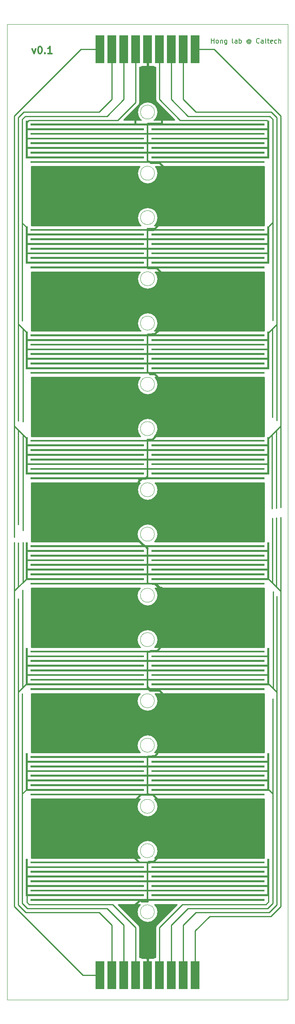
<source format=gtl>
%TF.GenerationSoftware,KiCad,Pcbnew,(2017-11-10 revision d8f4e35)-HEAD*%
%TF.CreationDate,2017-12-06T14:47:03-08:00*%
%TF.ProjectId,ceiling_pcb,6365696C696E675F7063622E6B696361,0.1*%
%TF.SameCoordinates,Original*%
%TF.FileFunction,Copper,L1,Top,Signal*%
%TF.FilePolarity,Positive*%
%FSLAX46Y46*%
G04 Gerber Fmt 4.6, Leading zero omitted, Abs format (unit mm)*
G04 Created by KiCad (PCBNEW (2017-11-10 revision d8f4e35)-HEAD) date Wed Dec  6 14:47:03 2017*
%MOMM*%
%LPD*%
G01*
G04 APERTURE LIST*
%TA.AperFunction,NonConductor*%
%ADD10C,0.300000*%
%TD*%
%TA.AperFunction,NonConductor*%
%ADD11C,0.200000*%
%TD*%
%TA.AperFunction,NonConductor*%
%ADD12C,0.001000*%
%TD*%
%TA.AperFunction,SMDPad,CuDef*%
%ADD13R,1.940000X6.000000*%
%TD*%
%TA.AperFunction,Conductor*%
%ADD14C,0.000001*%
%TD*%
%TA.AperFunction,Conductor*%
%ADD15C,0.100000*%
%TD*%
%TA.AperFunction,Conductor*%
%ADD16C,0.250000*%
%TD*%
%TA.AperFunction,Conductor*%
%ADD17C,0.400000*%
%TD*%
%TA.AperFunction,Conductor*%
%ADD18C,0.254000*%
%TD*%
G04 APERTURE END LIST*
D10*
X100387142Y-16258571D02*
X100744285Y-17258571D01*
X101101428Y-16258571D01*
X101958571Y-15758571D02*
X102101428Y-15758571D01*
X102244285Y-15830000D01*
X102315714Y-15901428D01*
X102387142Y-16044285D01*
X102458571Y-16330000D01*
X102458571Y-16687142D01*
X102387142Y-16972857D01*
X102315714Y-17115714D01*
X102244285Y-17187142D01*
X102101428Y-17258571D01*
X101958571Y-17258571D01*
X101815714Y-17187142D01*
X101744285Y-17115714D01*
X101672857Y-16972857D01*
X101601428Y-16687142D01*
X101601428Y-16330000D01*
X101672857Y-16044285D01*
X101744285Y-15901428D01*
X101815714Y-15830000D01*
X101958571Y-15758571D01*
X103101428Y-17115714D02*
X103172857Y-17187142D01*
X103101428Y-17258571D01*
X103030000Y-17187142D01*
X103101428Y-17115714D01*
X103101428Y-17258571D01*
X104601428Y-17258571D02*
X103744285Y-17258571D01*
X104172857Y-17258571D02*
X104172857Y-15758571D01*
X104030000Y-15972857D01*
X103887142Y-16115714D01*
X103744285Y-16187142D01*
D11*
X138625238Y-15032380D02*
X138625238Y-14032380D01*
X138625238Y-14508571D02*
X139196666Y-14508571D01*
X139196666Y-15032380D02*
X139196666Y-14032380D01*
X139815714Y-15032380D02*
X139720476Y-14984761D01*
X139672857Y-14937142D01*
X139625238Y-14841904D01*
X139625238Y-14556190D01*
X139672857Y-14460952D01*
X139720476Y-14413333D01*
X139815714Y-14365714D01*
X139958571Y-14365714D01*
X140053809Y-14413333D01*
X140101428Y-14460952D01*
X140149047Y-14556190D01*
X140149047Y-14841904D01*
X140101428Y-14937142D01*
X140053809Y-14984761D01*
X139958571Y-15032380D01*
X139815714Y-15032380D01*
X140577619Y-14365714D02*
X140577619Y-15032380D01*
X140577619Y-14460952D02*
X140625238Y-14413333D01*
X140720476Y-14365714D01*
X140863333Y-14365714D01*
X140958571Y-14413333D01*
X141006190Y-14508571D01*
X141006190Y-15032380D01*
X141910952Y-14365714D02*
X141910952Y-15175238D01*
X141863333Y-15270476D01*
X141815714Y-15318095D01*
X141720476Y-15365714D01*
X141577619Y-15365714D01*
X141482380Y-15318095D01*
X141910952Y-14984761D02*
X141815714Y-15032380D01*
X141625238Y-15032380D01*
X141530000Y-14984761D01*
X141482380Y-14937142D01*
X141434761Y-14841904D01*
X141434761Y-14556190D01*
X141482380Y-14460952D01*
X141530000Y-14413333D01*
X141625238Y-14365714D01*
X141815714Y-14365714D01*
X141910952Y-14413333D01*
X143291904Y-15032380D02*
X143196666Y-14984761D01*
X143149047Y-14889523D01*
X143149047Y-14032380D01*
X144101428Y-15032380D02*
X144101428Y-14508571D01*
X144053809Y-14413333D01*
X143958571Y-14365714D01*
X143768095Y-14365714D01*
X143672857Y-14413333D01*
X144101428Y-14984761D02*
X144006190Y-15032380D01*
X143768095Y-15032380D01*
X143672857Y-14984761D01*
X143625238Y-14889523D01*
X143625238Y-14794285D01*
X143672857Y-14699047D01*
X143768095Y-14651428D01*
X144006190Y-14651428D01*
X144101428Y-14603809D01*
X144577619Y-15032380D02*
X144577619Y-14032380D01*
X144577619Y-14413333D02*
X144672857Y-14365714D01*
X144863333Y-14365714D01*
X144958571Y-14413333D01*
X145006190Y-14460952D01*
X145053809Y-14556190D01*
X145053809Y-14841904D01*
X145006190Y-14937142D01*
X144958571Y-14984761D01*
X144863333Y-15032380D01*
X144672857Y-15032380D01*
X144577619Y-14984761D01*
X146863333Y-14556190D02*
X146815714Y-14508571D01*
X146720476Y-14460952D01*
X146625238Y-14460952D01*
X146530000Y-14508571D01*
X146482380Y-14556190D01*
X146434761Y-14651428D01*
X146434761Y-14746666D01*
X146482380Y-14841904D01*
X146530000Y-14889523D01*
X146625238Y-14937142D01*
X146720476Y-14937142D01*
X146815714Y-14889523D01*
X146863333Y-14841904D01*
X146863333Y-14460952D02*
X146863333Y-14841904D01*
X146910952Y-14889523D01*
X146958571Y-14889523D01*
X147053809Y-14841904D01*
X147101428Y-14746666D01*
X147101428Y-14508571D01*
X147006190Y-14365714D01*
X146863333Y-14270476D01*
X146672857Y-14222857D01*
X146482380Y-14270476D01*
X146339523Y-14365714D01*
X146244285Y-14508571D01*
X146196666Y-14699047D01*
X146244285Y-14889523D01*
X146339523Y-15032380D01*
X146482380Y-15127619D01*
X146672857Y-15175238D01*
X146863333Y-15127619D01*
X147006190Y-15032380D01*
X148863333Y-14937142D02*
X148815714Y-14984761D01*
X148672857Y-15032380D01*
X148577619Y-15032380D01*
X148434761Y-14984761D01*
X148339523Y-14889523D01*
X148291904Y-14794285D01*
X148244285Y-14603809D01*
X148244285Y-14460952D01*
X148291904Y-14270476D01*
X148339523Y-14175238D01*
X148434761Y-14080000D01*
X148577619Y-14032380D01*
X148672857Y-14032380D01*
X148815714Y-14080000D01*
X148863333Y-14127619D01*
X149720476Y-15032380D02*
X149720476Y-14508571D01*
X149672857Y-14413333D01*
X149577619Y-14365714D01*
X149387142Y-14365714D01*
X149291904Y-14413333D01*
X149720476Y-14984761D02*
X149625238Y-15032380D01*
X149387142Y-15032380D01*
X149291904Y-14984761D01*
X149244285Y-14889523D01*
X149244285Y-14794285D01*
X149291904Y-14699047D01*
X149387142Y-14651428D01*
X149625238Y-14651428D01*
X149720476Y-14603809D01*
X150339523Y-15032380D02*
X150244285Y-14984761D01*
X150196666Y-14889523D01*
X150196666Y-14032380D01*
X150577619Y-14365714D02*
X150958571Y-14365714D01*
X150720476Y-14032380D02*
X150720476Y-14889523D01*
X150768095Y-14984761D01*
X150863333Y-15032380D01*
X150958571Y-15032380D01*
X151672857Y-14984761D02*
X151577619Y-15032380D01*
X151387142Y-15032380D01*
X151291904Y-14984761D01*
X151244285Y-14889523D01*
X151244285Y-14508571D01*
X151291904Y-14413333D01*
X151387142Y-14365714D01*
X151577619Y-14365714D01*
X151672857Y-14413333D01*
X151720476Y-14508571D01*
X151720476Y-14603809D01*
X151244285Y-14699047D01*
X152577619Y-14984761D02*
X152482380Y-15032380D01*
X152291904Y-15032380D01*
X152196666Y-14984761D01*
X152149047Y-14937142D01*
X152101428Y-14841904D01*
X152101428Y-14556190D01*
X152149047Y-14460952D01*
X152196666Y-14413333D01*
X152291904Y-14365714D01*
X152482380Y-14365714D01*
X152577619Y-14413333D01*
X153006190Y-15032380D02*
X153006190Y-14032380D01*
X153434761Y-15032380D02*
X153434761Y-14508571D01*
X153387142Y-14413333D01*
X153291904Y-14365714D01*
X153149047Y-14365714D01*
X153053809Y-14413333D01*
X153006190Y-14460952D01*
D12*
X155000000Y-11025000D02*
X155000000Y-219000000D01*
X95000000Y-219000000D02*
X95000000Y-11025000D01*
X155000000Y-11025000D02*
X95000000Y-11025000D01*
X95000000Y-219000000D02*
X155000000Y-219000000D01*
X126459000Y-200279810D02*
G75*
G03X126459000Y-200279810I-1500000J0D01*
G01*
X126459000Y-187245800D02*
G75*
G03X126459000Y-187245800I-1500000J0D01*
G01*
X126465000Y-177779700D02*
G75*
G03X126465000Y-177779700I-1500000J0D01*
G01*
X126465000Y-164745700D02*
G75*
G03X126465000Y-164745700I-1500000J0D01*
G01*
X126471000Y-155279600D02*
G75*
G03X126471000Y-155279600I-1500000J0D01*
G01*
X126471000Y-142245600D02*
G75*
G03X126471000Y-142245600I-1500000J0D01*
G01*
X126477000Y-132779600D02*
G75*
G03X126477000Y-132779600I-1500000J0D01*
G01*
X126477000Y-119745500D02*
G75*
G03X126477000Y-119745500I-1500000J0D01*
G01*
X126483000Y-110279500D02*
G75*
G03X126483000Y-110279500I-1500000J0D01*
G01*
X126483000Y-97245200D02*
G75*
G03X126483000Y-97245200I-1500000J0D01*
G01*
X126489000Y-74745200D02*
G75*
G03X126489000Y-74745200I-1500000J0D01*
G01*
X126489000Y-87779200D02*
G75*
G03X126489000Y-87779200I-1500000J0D01*
G01*
X126495000Y-65279200D02*
G75*
G03X126495000Y-65279200I-1500000J0D01*
G01*
X126495000Y-52245200D02*
G75*
G03X126495000Y-52245200I-1500000J0D01*
G01*
X126501000Y-42779200D02*
G75*
G03X126501000Y-42779200I-1500000J0D01*
G01*
X126501000Y-29745200D02*
G75*
G03X126501000Y-29745200I-1500000J0D01*
G01*
D13*
%TO.P,J1,1*%
%TO.N,/F9*%
X135160000Y-213750000D03*
%TO.P,J1,2*%
%TO.N,/F11*%
X132620000Y-213750000D03*
%TO.P,J1,3*%
%TO.N,/F13*%
X130080000Y-213750000D03*
%TO.P,J1,4*%
%TO.N,/F15*%
X127540000Y-213750000D03*
%TO.P,J1,5*%
%TO.N,/HV*%
X125000000Y-213750000D03*
%TO.P,J1,6*%
%TO.N,/F16*%
X122460000Y-213750000D03*
%TO.P,J1,7*%
%TO.N,/F14*%
X119920000Y-213750000D03*
%TO.P,J1,8*%
%TO.N,/F12*%
X117380000Y-213750000D03*
%TO.P,J1,9*%
%TO.N,/F10*%
X114840000Y-213750000D03*
%TD*%
%TO.P,J2,9*%
%TO.N,/F8*%
X114840000Y-16385800D03*
%TO.P,J2,8*%
%TO.N,/F6*%
X117380000Y-16385800D03*
%TO.P,J2,7*%
%TO.N,/F4*%
X119920000Y-16385800D03*
%TO.P,J2,6*%
%TO.N,/F2*%
X122460000Y-16385800D03*
%TO.P,J2,5*%
%TO.N,/HV*%
X125000000Y-16385800D03*
%TO.P,J2,4*%
%TO.N,/F1*%
X127540000Y-16385800D03*
%TO.P,J2,3*%
%TO.N,/F3*%
X130080000Y-16385800D03*
%TO.P,J2,2*%
%TO.N,/F5*%
X132620000Y-16385800D03*
%TO.P,J2,1*%
%TO.N,/F7*%
X135160000Y-16385800D03*
%TD*%
D14*
%TO.N,/HV*%
%TO.C,J3*%
X125000000Y-197450000D03*
D15*
G36*
X150000000Y-189950000D02*
X125200000Y-189950000D01*
X125200000Y-191550000D01*
X150000000Y-191550000D01*
X150000000Y-191950000D01*
X125200000Y-191950000D01*
X125200000Y-193550000D01*
X150000000Y-193550000D01*
X150000000Y-193950000D01*
X125200000Y-193950000D01*
X125200000Y-195550000D01*
X150000000Y-195550000D01*
X150000000Y-195950000D01*
X125200000Y-195950000D01*
X125200000Y-197550000D01*
X150000000Y-197550000D01*
X150000000Y-197950000D01*
X100000000Y-197950000D01*
X100000000Y-197550000D01*
X124800000Y-197550000D01*
X124800000Y-195950000D01*
X100000000Y-195950000D01*
X100000000Y-195550000D01*
X124800000Y-195550000D01*
X124800000Y-193950000D01*
X100000000Y-193950000D01*
X100000000Y-193550000D01*
X124800000Y-193550000D01*
X124800000Y-191950000D01*
X100000000Y-191950000D01*
X100000000Y-191550000D01*
X124800000Y-191550000D01*
X124800000Y-189950000D01*
X100000000Y-189950000D01*
X100000000Y-189550000D01*
X150000000Y-189550000D01*
X150000000Y-189950000D01*
X150000000Y-189950000D01*
G37*
D14*
%TO.N,/F15*%
X150500000Y-189750000D03*
D15*
G36*
X151000000Y-196950000D02*
X125800000Y-196950000D01*
X125800000Y-196550000D01*
X150600000Y-196550000D01*
X150600000Y-194950000D01*
X125800000Y-194950000D01*
X125800000Y-194550000D01*
X150600000Y-194550000D01*
X150600000Y-192950000D01*
X125800000Y-192950000D01*
X125800000Y-192550000D01*
X150600000Y-192550000D01*
X150600000Y-190950000D01*
X125800000Y-190950000D01*
X125800000Y-190550000D01*
X150600000Y-190550000D01*
X150600000Y-188950000D01*
X151000000Y-188950000D01*
X151000000Y-196950000D01*
X151000000Y-196950000D01*
G37*
D14*
%TO.N,/F16*%
X99500000Y-189750000D03*
D15*
G36*
X99400000Y-190550000D02*
X124200000Y-190550000D01*
X124200000Y-190950000D01*
X99400000Y-190950000D01*
X99400000Y-192550000D01*
X124200000Y-192550000D01*
X124200000Y-192950000D01*
X99400000Y-192950000D01*
X99400000Y-194550000D01*
X124200000Y-194550000D01*
X124200000Y-194950000D01*
X99400000Y-194950000D01*
X99400000Y-196550000D01*
X124200000Y-196550000D01*
X124200000Y-196950000D01*
X99000000Y-196950000D01*
X99000000Y-188950000D01*
X99400000Y-188950000D01*
X99400000Y-190550000D01*
X99400000Y-190550000D01*
G37*
%TD*%
D14*
%TO.N,/HV*%
%TO.C,J4*%
X125000000Y-174969400D03*
D15*
G36*
X150000000Y-167469400D02*
X125200000Y-167469400D01*
X125200000Y-169069400D01*
X150000000Y-169069400D01*
X150000000Y-169469400D01*
X125200000Y-169469400D01*
X125200000Y-171069400D01*
X150000000Y-171069400D01*
X150000000Y-171469400D01*
X125200000Y-171469400D01*
X125200000Y-173069400D01*
X150000000Y-173069400D01*
X150000000Y-173469400D01*
X125200000Y-173469400D01*
X125200000Y-175069400D01*
X150000000Y-175069400D01*
X150000000Y-175469400D01*
X100000000Y-175469400D01*
X100000000Y-175069400D01*
X124800000Y-175069400D01*
X124800000Y-173469400D01*
X100000000Y-173469400D01*
X100000000Y-173069400D01*
X124800000Y-173069400D01*
X124800000Y-171469400D01*
X100000000Y-171469400D01*
X100000000Y-171069400D01*
X124800000Y-171069400D01*
X124800000Y-169469400D01*
X100000000Y-169469400D01*
X100000000Y-169069400D01*
X124800000Y-169069400D01*
X124800000Y-167469400D01*
X100000000Y-167469400D01*
X100000000Y-167069400D01*
X150000000Y-167069400D01*
X150000000Y-167469400D01*
X150000000Y-167469400D01*
G37*
D14*
%TO.N,/F13*%
X150500000Y-167269400D03*
D15*
G36*
X151000000Y-174469400D02*
X125800000Y-174469400D01*
X125800000Y-174069400D01*
X150600000Y-174069400D01*
X150600000Y-172469400D01*
X125800000Y-172469400D01*
X125800000Y-172069400D01*
X150600000Y-172069400D01*
X150600000Y-170469400D01*
X125800000Y-170469400D01*
X125800000Y-170069400D01*
X150600000Y-170069400D01*
X150600000Y-168469400D01*
X125800000Y-168469400D01*
X125800000Y-168069400D01*
X150600000Y-168069400D01*
X150600000Y-166469400D01*
X151000000Y-166469400D01*
X151000000Y-174469400D01*
X151000000Y-174469400D01*
G37*
D14*
%TO.N,/F14*%
X99500000Y-167269400D03*
D15*
G36*
X99400000Y-168069400D02*
X124200000Y-168069400D01*
X124200000Y-168469400D01*
X99400000Y-168469400D01*
X99400000Y-170069400D01*
X124200000Y-170069400D01*
X124200000Y-170469400D01*
X99400000Y-170469400D01*
X99400000Y-172069400D01*
X124200000Y-172069400D01*
X124200000Y-172469400D01*
X99400000Y-172469400D01*
X99400000Y-174069400D01*
X124200000Y-174069400D01*
X124200000Y-174469400D01*
X99000000Y-174469400D01*
X99000000Y-166469400D01*
X99400000Y-166469400D01*
X99400000Y-168069400D01*
X99400000Y-168069400D01*
G37*
%TD*%
D14*
%TO.N,/F12*%
%TO.C,J5*%
X99500000Y-144788800D03*
D15*
G36*
X99400000Y-145588800D02*
X124200000Y-145588800D01*
X124200000Y-145988800D01*
X99400000Y-145988800D01*
X99400000Y-147588800D01*
X124200000Y-147588800D01*
X124200000Y-147988800D01*
X99400000Y-147988800D01*
X99400000Y-149588800D01*
X124200000Y-149588800D01*
X124200000Y-149988800D01*
X99400000Y-149988800D01*
X99400000Y-151588800D01*
X124200000Y-151588800D01*
X124200000Y-151988800D01*
X99000000Y-151988800D01*
X99000000Y-143988800D01*
X99400000Y-143988800D01*
X99400000Y-145588800D01*
X99400000Y-145588800D01*
G37*
D14*
%TO.N,/F11*%
X150500000Y-144788800D03*
D15*
G36*
X151000000Y-151988800D02*
X125800000Y-151988800D01*
X125800000Y-151588800D01*
X150600000Y-151588800D01*
X150600000Y-149988800D01*
X125800000Y-149988800D01*
X125800000Y-149588800D01*
X150600000Y-149588800D01*
X150600000Y-147988800D01*
X125800000Y-147988800D01*
X125800000Y-147588800D01*
X150600000Y-147588800D01*
X150600000Y-145988800D01*
X125800000Y-145988800D01*
X125800000Y-145588800D01*
X150600000Y-145588800D01*
X150600000Y-143988800D01*
X151000000Y-143988800D01*
X151000000Y-151988800D01*
X151000000Y-151988800D01*
G37*
D14*
%TO.N,/HV*%
X125000000Y-152488800D03*
D15*
G36*
X150000000Y-144988800D02*
X125200000Y-144988800D01*
X125200000Y-146588800D01*
X150000000Y-146588800D01*
X150000000Y-146988800D01*
X125200000Y-146988800D01*
X125200000Y-148588800D01*
X150000000Y-148588800D01*
X150000000Y-148988800D01*
X125200000Y-148988800D01*
X125200000Y-150588800D01*
X150000000Y-150588800D01*
X150000000Y-150988800D01*
X125200000Y-150988800D01*
X125200000Y-152588800D01*
X150000000Y-152588800D01*
X150000000Y-152988800D01*
X100000000Y-152988800D01*
X100000000Y-152588800D01*
X124800000Y-152588800D01*
X124800000Y-150988800D01*
X100000000Y-150988800D01*
X100000000Y-150588800D01*
X124800000Y-150588800D01*
X124800000Y-148988800D01*
X100000000Y-148988800D01*
X100000000Y-148588800D01*
X124800000Y-148588800D01*
X124800000Y-146988800D01*
X100000000Y-146988800D01*
X100000000Y-146588800D01*
X124800000Y-146588800D01*
X124800000Y-144988800D01*
X100000000Y-144988800D01*
X100000000Y-144588800D01*
X150000000Y-144588800D01*
X150000000Y-144988800D01*
X150000000Y-144988800D01*
G37*
%TD*%
D14*
%TO.N,/F10*%
%TO.C,J6*%
X99500000Y-122308200D03*
D15*
G36*
X99400000Y-123108200D02*
X124200000Y-123108200D01*
X124200000Y-123508200D01*
X99400000Y-123508200D01*
X99400000Y-125108200D01*
X124200000Y-125108200D01*
X124200000Y-125508200D01*
X99400000Y-125508200D01*
X99400000Y-127108200D01*
X124200000Y-127108200D01*
X124200000Y-127508200D01*
X99400000Y-127508200D01*
X99400000Y-129108200D01*
X124200000Y-129108200D01*
X124200000Y-129508200D01*
X99000000Y-129508200D01*
X99000000Y-121508200D01*
X99400000Y-121508200D01*
X99400000Y-123108200D01*
X99400000Y-123108200D01*
G37*
D14*
%TO.N,/F9*%
X150500000Y-122308200D03*
D15*
G36*
X151000000Y-129508200D02*
X125800000Y-129508200D01*
X125800000Y-129108200D01*
X150600000Y-129108200D01*
X150600000Y-127508200D01*
X125800000Y-127508200D01*
X125800000Y-127108200D01*
X150600000Y-127108200D01*
X150600000Y-125508200D01*
X125800000Y-125508200D01*
X125800000Y-125108200D01*
X150600000Y-125108200D01*
X150600000Y-123508200D01*
X125800000Y-123508200D01*
X125800000Y-123108200D01*
X150600000Y-123108200D01*
X150600000Y-121508200D01*
X151000000Y-121508200D01*
X151000000Y-129508200D01*
X151000000Y-129508200D01*
G37*
D14*
%TO.N,/HV*%
X125000000Y-130008200D03*
D15*
G36*
X150000000Y-122508200D02*
X125200000Y-122508200D01*
X125200000Y-124108200D01*
X150000000Y-124108200D01*
X150000000Y-124508200D01*
X125200000Y-124508200D01*
X125200000Y-126108200D01*
X150000000Y-126108200D01*
X150000000Y-126508200D01*
X125200000Y-126508200D01*
X125200000Y-128108200D01*
X150000000Y-128108200D01*
X150000000Y-128508200D01*
X125200000Y-128508200D01*
X125200000Y-130108200D01*
X150000000Y-130108200D01*
X150000000Y-130508200D01*
X100000000Y-130508200D01*
X100000000Y-130108200D01*
X124800000Y-130108200D01*
X124800000Y-128508200D01*
X100000000Y-128508200D01*
X100000000Y-128108200D01*
X124800000Y-128108200D01*
X124800000Y-126508200D01*
X100000000Y-126508200D01*
X100000000Y-126108200D01*
X124800000Y-126108200D01*
X124800000Y-124508200D01*
X100000000Y-124508200D01*
X100000000Y-124108200D01*
X124800000Y-124108200D01*
X124800000Y-122508200D01*
X100000000Y-122508200D01*
X100000000Y-122108200D01*
X150000000Y-122108200D01*
X150000000Y-122508200D01*
X150000000Y-122508200D01*
G37*
%TD*%
D14*
%TO.N,/HV*%
%TO.C,J7*%
X125000000Y-107527600D03*
D15*
G36*
X150000000Y-100027600D02*
X125200000Y-100027600D01*
X125200000Y-101627600D01*
X150000000Y-101627600D01*
X150000000Y-102027600D01*
X125200000Y-102027600D01*
X125200000Y-103627600D01*
X150000000Y-103627600D01*
X150000000Y-104027600D01*
X125200000Y-104027600D01*
X125200000Y-105627600D01*
X150000000Y-105627600D01*
X150000000Y-106027600D01*
X125200000Y-106027600D01*
X125200000Y-107627600D01*
X150000000Y-107627600D01*
X150000000Y-108027600D01*
X100000000Y-108027600D01*
X100000000Y-107627600D01*
X124800000Y-107627600D01*
X124800000Y-106027600D01*
X100000000Y-106027600D01*
X100000000Y-105627600D01*
X124800000Y-105627600D01*
X124800000Y-104027600D01*
X100000000Y-104027600D01*
X100000000Y-103627600D01*
X124800000Y-103627600D01*
X124800000Y-102027600D01*
X100000000Y-102027600D01*
X100000000Y-101627600D01*
X124800000Y-101627600D01*
X124800000Y-100027600D01*
X100000000Y-100027600D01*
X100000000Y-99627600D01*
X150000000Y-99627600D01*
X150000000Y-100027600D01*
X150000000Y-100027600D01*
G37*
D14*
%TO.N,/F7*%
X150500000Y-99827600D03*
D15*
G36*
X151000000Y-107027600D02*
X125800000Y-107027600D01*
X125800000Y-106627600D01*
X150600000Y-106627600D01*
X150600000Y-105027600D01*
X125800000Y-105027600D01*
X125800000Y-104627600D01*
X150600000Y-104627600D01*
X150600000Y-103027600D01*
X125800000Y-103027600D01*
X125800000Y-102627600D01*
X150600000Y-102627600D01*
X150600000Y-101027600D01*
X125800000Y-101027600D01*
X125800000Y-100627600D01*
X150600000Y-100627600D01*
X150600000Y-99027600D01*
X151000000Y-99027600D01*
X151000000Y-107027600D01*
X151000000Y-107027600D01*
G37*
D14*
%TO.N,/F8*%
X99500000Y-99827600D03*
D15*
G36*
X99400000Y-100627600D02*
X124200000Y-100627600D01*
X124200000Y-101027600D01*
X99400000Y-101027600D01*
X99400000Y-102627600D01*
X124200000Y-102627600D01*
X124200000Y-103027600D01*
X99400000Y-103027600D01*
X99400000Y-104627600D01*
X124200000Y-104627600D01*
X124200000Y-105027600D01*
X99400000Y-105027600D01*
X99400000Y-106627600D01*
X124200000Y-106627600D01*
X124200000Y-107027600D01*
X99000000Y-107027600D01*
X99000000Y-99027600D01*
X99400000Y-99027600D01*
X99400000Y-100627600D01*
X99400000Y-100627600D01*
G37*
%TD*%
D14*
%TO.N,/F6*%
%TO.C,J8*%
X99500000Y-77347000D03*
D15*
G36*
X99400000Y-78147000D02*
X124200000Y-78147000D01*
X124200000Y-78547000D01*
X99400000Y-78547000D01*
X99400000Y-80147000D01*
X124200000Y-80147000D01*
X124200000Y-80547000D01*
X99400000Y-80547000D01*
X99400000Y-82147000D01*
X124200000Y-82147000D01*
X124200000Y-82547000D01*
X99400000Y-82547000D01*
X99400000Y-84147000D01*
X124200000Y-84147000D01*
X124200000Y-84547000D01*
X99000000Y-84547000D01*
X99000000Y-76547000D01*
X99400000Y-76547000D01*
X99400000Y-78147000D01*
X99400000Y-78147000D01*
G37*
D14*
%TO.N,/F5*%
X150500000Y-77347000D03*
D15*
G36*
X151000000Y-84547000D02*
X125800000Y-84547000D01*
X125800000Y-84147000D01*
X150600000Y-84147000D01*
X150600000Y-82547000D01*
X125800000Y-82547000D01*
X125800000Y-82147000D01*
X150600000Y-82147000D01*
X150600000Y-80547000D01*
X125800000Y-80547000D01*
X125800000Y-80147000D01*
X150600000Y-80147000D01*
X150600000Y-78547000D01*
X125800000Y-78547000D01*
X125800000Y-78147000D01*
X150600000Y-78147000D01*
X150600000Y-76547000D01*
X151000000Y-76547000D01*
X151000000Y-84547000D01*
X151000000Y-84547000D01*
G37*
D14*
%TO.N,/HV*%
X125000000Y-85047000D03*
D15*
G36*
X150000000Y-77547000D02*
X125200000Y-77547000D01*
X125200000Y-79147000D01*
X150000000Y-79147000D01*
X150000000Y-79547000D01*
X125200000Y-79547000D01*
X125200000Y-81147000D01*
X150000000Y-81147000D01*
X150000000Y-81547000D01*
X125200000Y-81547000D01*
X125200000Y-83147000D01*
X150000000Y-83147000D01*
X150000000Y-83547000D01*
X125200000Y-83547000D01*
X125200000Y-85147000D01*
X150000000Y-85147000D01*
X150000000Y-85547000D01*
X100000000Y-85547000D01*
X100000000Y-85147000D01*
X124800000Y-85147000D01*
X124800000Y-83547000D01*
X100000000Y-83547000D01*
X100000000Y-83147000D01*
X124800000Y-83147000D01*
X124800000Y-81547000D01*
X100000000Y-81547000D01*
X100000000Y-81147000D01*
X124800000Y-81147000D01*
X124800000Y-79547000D01*
X100000000Y-79547000D01*
X100000000Y-79147000D01*
X124800000Y-79147000D01*
X124800000Y-77547000D01*
X100000000Y-77547000D01*
X100000000Y-77147000D01*
X150000000Y-77147000D01*
X150000000Y-77547000D01*
X150000000Y-77547000D01*
G37*
%TD*%
D14*
%TO.N,/HV*%
%TO.C,J9*%
X125000000Y-62566400D03*
D15*
G36*
X150000000Y-55066400D02*
X125200000Y-55066400D01*
X125200000Y-56666400D01*
X150000000Y-56666400D01*
X150000000Y-57066400D01*
X125200000Y-57066400D01*
X125200000Y-58666400D01*
X150000000Y-58666400D01*
X150000000Y-59066400D01*
X125200000Y-59066400D01*
X125200000Y-60666400D01*
X150000000Y-60666400D01*
X150000000Y-61066400D01*
X125200000Y-61066400D01*
X125200000Y-62666400D01*
X150000000Y-62666400D01*
X150000000Y-63066400D01*
X100000000Y-63066400D01*
X100000000Y-62666400D01*
X124800000Y-62666400D01*
X124800000Y-61066400D01*
X100000000Y-61066400D01*
X100000000Y-60666400D01*
X124800000Y-60666400D01*
X124800000Y-59066400D01*
X100000000Y-59066400D01*
X100000000Y-58666400D01*
X124800000Y-58666400D01*
X124800000Y-57066400D01*
X100000000Y-57066400D01*
X100000000Y-56666400D01*
X124800000Y-56666400D01*
X124800000Y-55066400D01*
X100000000Y-55066400D01*
X100000000Y-54666400D01*
X150000000Y-54666400D01*
X150000000Y-55066400D01*
X150000000Y-55066400D01*
G37*
D14*
%TO.N,/F3*%
X150500000Y-54866400D03*
D15*
G36*
X151000000Y-62066400D02*
X125800000Y-62066400D01*
X125800000Y-61666400D01*
X150600000Y-61666400D01*
X150600000Y-60066400D01*
X125800000Y-60066400D01*
X125800000Y-59666400D01*
X150600000Y-59666400D01*
X150600000Y-58066400D01*
X125800000Y-58066400D01*
X125800000Y-57666400D01*
X150600000Y-57666400D01*
X150600000Y-56066400D01*
X125800000Y-56066400D01*
X125800000Y-55666400D01*
X150600000Y-55666400D01*
X150600000Y-54066400D01*
X151000000Y-54066400D01*
X151000000Y-62066400D01*
X151000000Y-62066400D01*
G37*
D14*
%TO.N,/F4*%
X99500000Y-54866400D03*
D15*
G36*
X99400000Y-55666400D02*
X124200000Y-55666400D01*
X124200000Y-56066400D01*
X99400000Y-56066400D01*
X99400000Y-57666400D01*
X124200000Y-57666400D01*
X124200000Y-58066400D01*
X99400000Y-58066400D01*
X99400000Y-59666400D01*
X124200000Y-59666400D01*
X124200000Y-60066400D01*
X99400000Y-60066400D01*
X99400000Y-61666400D01*
X124200000Y-61666400D01*
X124200000Y-62066400D01*
X99000000Y-62066400D01*
X99000000Y-54066400D01*
X99400000Y-54066400D01*
X99400000Y-55666400D01*
X99400000Y-55666400D01*
G37*
%TD*%
D14*
%TO.N,/F2*%
%TO.C,J10*%
X99500000Y-32385800D03*
D15*
G36*
X99400000Y-33185800D02*
X124200000Y-33185800D01*
X124200000Y-33585800D01*
X99400000Y-33585800D01*
X99400000Y-35185800D01*
X124200000Y-35185800D01*
X124200000Y-35585800D01*
X99400000Y-35585800D01*
X99400000Y-37185800D01*
X124200000Y-37185800D01*
X124200000Y-37585800D01*
X99400000Y-37585800D01*
X99400000Y-39185800D01*
X124200000Y-39185800D01*
X124200000Y-39585800D01*
X99000000Y-39585800D01*
X99000000Y-31585800D01*
X99400000Y-31585800D01*
X99400000Y-33185800D01*
X99400000Y-33185800D01*
G37*
D14*
%TO.N,/F1*%
X150500000Y-32385800D03*
D15*
G36*
X151000000Y-39585800D02*
X125800000Y-39585800D01*
X125800000Y-39185800D01*
X150600000Y-39185800D01*
X150600000Y-37585800D01*
X125800000Y-37585800D01*
X125800000Y-37185800D01*
X150600000Y-37185800D01*
X150600000Y-35585800D01*
X125800000Y-35585800D01*
X125800000Y-35185800D01*
X150600000Y-35185800D01*
X150600000Y-33585800D01*
X125800000Y-33585800D01*
X125800000Y-33185800D01*
X150600000Y-33185800D01*
X150600000Y-31585800D01*
X151000000Y-31585800D01*
X151000000Y-39585800D01*
X151000000Y-39585800D01*
G37*
D14*
%TO.N,/HV*%
X125000000Y-40085800D03*
D15*
G36*
X150000000Y-32585800D02*
X125200000Y-32585800D01*
X125200000Y-34185800D01*
X150000000Y-34185800D01*
X150000000Y-34585800D01*
X125200000Y-34585800D01*
X125200000Y-36185800D01*
X150000000Y-36185800D01*
X150000000Y-36585800D01*
X125200000Y-36585800D01*
X125200000Y-38185800D01*
X150000000Y-38185800D01*
X150000000Y-38585800D01*
X125200000Y-38585800D01*
X125200000Y-40185800D01*
X150000000Y-40185800D01*
X150000000Y-40585800D01*
X100000000Y-40585800D01*
X100000000Y-40185800D01*
X124800000Y-40185800D01*
X124800000Y-38585800D01*
X100000000Y-38585800D01*
X100000000Y-38185800D01*
X124800000Y-38185800D01*
X124800000Y-36585800D01*
X100000000Y-36585800D01*
X100000000Y-36185800D01*
X124800000Y-36185800D01*
X124800000Y-34585800D01*
X100000000Y-34585800D01*
X100000000Y-34185800D01*
X124800000Y-34185800D01*
X124800000Y-32585800D01*
X100000000Y-32585800D01*
X100000000Y-32185800D01*
X150000000Y-32185800D01*
X150000000Y-32585800D01*
X150000000Y-32585800D01*
G37*
%TD*%
D16*
%TO.N,/F8*%
X96574970Y-96724970D02*
X96574970Y-30581318D01*
X96574970Y-30581318D02*
X110770488Y-16385800D01*
X110770488Y-16385800D02*
X114840000Y-16385800D01*
%TO.N,/F6*%
X117380000Y-23785800D02*
X117380000Y-16385800D01*
X98597613Y-29760770D02*
X114655030Y-29760770D01*
X117380000Y-27035800D02*
X117380000Y-23785800D01*
X97424980Y-30933403D02*
X98597613Y-29760770D01*
X114655030Y-29760770D02*
X117380000Y-27035800D01*
X97424980Y-74974980D02*
X97424980Y-30933403D01*
%TO.N,/F4*%
X119920000Y-23785800D02*
X119920000Y-16385800D01*
X116345020Y-30610780D02*
X119920000Y-27035800D01*
X98949698Y-30610780D02*
X116345020Y-30610780D01*
X98274990Y-31285488D02*
X98949698Y-30610780D01*
X98274990Y-53424990D02*
X98274990Y-31285488D01*
X119920000Y-27035800D02*
X119920000Y-23785800D01*
%TO.N,/F2*%
X122460000Y-23785800D02*
X122460000Y-16385800D01*
X122460000Y-23785800D02*
X122460000Y-27666840D01*
X122460000Y-27666840D02*
X118666050Y-31460790D01*
X118666050Y-31460790D02*
X99699688Y-31460790D01*
X99699688Y-31460790D02*
X99180000Y-31980478D01*
D17*
%TO.N,/HV*%
X125000000Y-206354801D02*
X125000000Y-213750000D01*
X125000000Y-23785800D02*
X125000000Y-16385800D01*
X125769999Y-27425801D02*
X125240001Y-27425801D01*
X125240001Y-27425801D02*
X125000000Y-27185800D01*
X125000000Y-27185800D02*
X125000000Y-23785800D01*
X126930000Y-28080000D02*
X126435801Y-27585801D01*
X126435801Y-27585801D02*
X125929999Y-27585801D01*
X125929999Y-27585801D02*
X125769999Y-27425801D01*
X127030000Y-28080000D02*
X126930000Y-28080000D01*
X122380000Y-29055000D02*
X122380000Y-32280000D01*
X123005000Y-28430000D02*
X122380000Y-29055000D01*
X123855000Y-27580000D02*
X123005000Y-28430000D01*
X125000000Y-23785800D02*
X125000000Y-26435000D01*
X128030000Y-29080000D02*
X127030000Y-28080000D01*
D16*
%TO.N,/F1*%
X127540000Y-23785800D02*
X127540000Y-16385800D01*
X150830000Y-31780000D02*
X150510790Y-31460790D01*
X150510790Y-31460790D02*
X131964990Y-31460790D01*
X127540000Y-27035800D02*
X127540000Y-23785800D01*
X131964990Y-31460790D02*
X127540000Y-27035800D01*
%TO.N,/F3*%
X151050302Y-30610780D02*
X133654980Y-30610780D01*
X151725010Y-31285488D02*
X151050302Y-30610780D01*
X133654980Y-30610780D02*
X130080000Y-27035800D01*
X151725010Y-53130000D02*
X151725010Y-31285488D01*
X130080000Y-27035800D02*
X130080000Y-20280000D01*
X130080000Y-20280000D02*
X130080000Y-16385800D01*
%TO.N,/F5*%
X132620000Y-23785800D02*
X132620000Y-16385800D01*
X135344970Y-29760770D02*
X132620000Y-27035800D01*
X152575020Y-30933403D02*
X151402387Y-29760770D01*
X151402387Y-29760770D02*
X135344970Y-29760770D01*
X152575020Y-75034980D02*
X152575020Y-30933403D01*
X132620000Y-27035800D02*
X132620000Y-23785800D01*
%TO.N,/F7*%
X153425030Y-96684970D02*
X153425030Y-30581318D01*
X153425030Y-30581318D02*
X139229512Y-16385800D01*
X139229512Y-16385800D02*
X135160000Y-16385800D01*
%TO.N,/F9*%
X135160000Y-206110000D02*
X135160000Y-204324801D01*
X135160000Y-206354801D02*
X135160000Y-206110000D01*
X135160000Y-206110000D02*
X135160000Y-213750000D01*
X152510000Y-130960000D02*
X152410000Y-130860000D01*
X153425030Y-131875030D02*
X152510000Y-130960000D01*
X152510000Y-130960000D02*
X152510000Y-116230000D01*
X153425030Y-131875030D02*
X153425030Y-116145030D01*
X152410000Y-130860000D02*
X151700000Y-130150000D01*
X151700000Y-130150000D02*
X150730000Y-129180000D01*
X151700000Y-130150000D02*
X151700000Y-116300000D01*
X135160000Y-204324801D02*
X138259761Y-201225040D01*
X151356567Y-201225039D02*
X153425030Y-199156577D01*
X153425030Y-199156577D02*
X153425030Y-131875030D01*
X138259761Y-201225040D02*
X151356567Y-201225039D01*
%TO.N,/F11*%
X132620000Y-206354801D02*
X132620000Y-213750000D01*
X152575020Y-153425020D02*
X152575020Y-132990000D01*
X151820000Y-152670000D02*
X150730000Y-151580000D01*
X152575020Y-153425020D02*
X151820000Y-152670000D01*
X151820000Y-152670000D02*
X151820000Y-132020000D01*
X151004481Y-200375030D02*
X152575020Y-198804492D01*
X135349771Y-200375030D02*
X151004481Y-200375030D01*
X132620000Y-203104801D02*
X135349771Y-200375030D01*
X132620000Y-206354801D02*
X132620000Y-203104801D01*
X152575020Y-198804492D02*
X152575020Y-153425020D01*
%TO.N,/F13*%
X130080000Y-206354801D02*
X130080000Y-213750000D01*
X151725010Y-175075010D02*
X151725010Y-154880000D01*
X151725010Y-175075010D02*
X150830000Y-174180000D01*
X150652397Y-199525020D02*
X151725010Y-198452407D01*
X133659781Y-199525020D02*
X150652397Y-199525020D01*
X151725010Y-198452407D02*
X151725010Y-175075010D01*
X130080000Y-203104801D02*
X133659781Y-199525020D01*
X130080000Y-206354801D02*
X130080000Y-203104801D01*
%TO.N,/F15*%
X127540000Y-206210000D02*
X127540000Y-203619799D01*
X127540000Y-206354801D02*
X127540000Y-206210000D01*
X127540000Y-206210000D02*
X127540000Y-213750000D01*
X150830000Y-198145322D02*
X150830000Y-196680000D01*
X127540000Y-203619799D02*
X132484789Y-198675010D01*
X132484789Y-198675010D02*
X150300312Y-198675010D01*
X150300312Y-198675010D02*
X150830000Y-198145322D01*
%TO.N,/HV*%
X128030000Y-165080000D02*
X127030000Y-166080000D01*
D17*
X127030000Y-166580000D02*
X127030000Y-166080000D01*
X126530000Y-167080000D02*
X127030000Y-166580000D01*
X126030000Y-167080000D02*
X126530000Y-167080000D01*
X125365878Y-152915878D02*
X125365878Y-152686066D01*
X125530000Y-153080000D02*
X125365878Y-152915878D01*
X127530000Y-153080000D02*
X125530000Y-153080000D01*
X128030000Y-153580000D02*
X127530000Y-153080000D01*
X125030000Y-152350188D02*
X125030000Y-152244122D01*
X125365878Y-152686066D02*
X125030000Y-152350188D01*
D16*
X128030000Y-153580000D02*
X128030000Y-158080000D01*
X128030000Y-143580000D02*
X127530000Y-144080000D01*
D17*
X127030000Y-144580000D02*
X127530000Y-144080000D01*
D16*
X127030000Y-144580000D02*
X126790000Y-144820000D01*
D17*
X125030000Y-144820000D02*
X125437412Y-144820000D01*
X125437412Y-144820000D02*
X125677412Y-144580000D01*
X125677412Y-144580000D02*
X127030000Y-144580000D01*
X127530000Y-132080000D02*
X128030000Y-132580000D01*
X128030000Y-131580000D02*
X127530000Y-132080000D01*
X128030000Y-132580000D02*
X128801790Y-132580000D01*
X127030000Y-130580000D02*
X128030000Y-131580000D01*
X128801790Y-132580000D02*
X126530000Y-130308210D01*
X126530000Y-130308210D02*
X126030000Y-130308210D01*
D16*
X125183210Y-130233210D02*
X126030000Y-130308210D01*
X127030000Y-130580000D02*
X127530000Y-131080000D01*
X121030000Y-118912878D02*
X122697122Y-120580000D01*
X122697122Y-120580000D02*
X125030000Y-122912878D01*
D17*
X124030000Y-122080000D02*
X122697122Y-120747122D01*
X122697122Y-120747122D02*
X122697122Y-120580000D01*
D16*
X124197122Y-122080000D02*
X123197122Y-121080000D01*
X124880020Y-122762898D02*
X124197122Y-122080000D01*
D17*
X124197122Y-122080000D02*
X124030000Y-122080000D01*
X124277610Y-107827610D02*
X124531378Y-107827610D01*
X124531378Y-107827610D02*
X124778988Y-107580000D01*
X123030000Y-108580000D02*
X123782390Y-107827610D01*
X123782390Y-107827610D02*
X124277610Y-107827610D01*
D16*
X123030000Y-109080000D02*
X121030000Y-111080000D01*
X123197122Y-108912878D02*
X123030000Y-109080000D01*
D17*
X123030000Y-109080000D02*
X123030000Y-108580000D01*
D16*
X128030000Y-97080000D02*
X127030000Y-98080000D01*
D17*
X127030000Y-98580000D02*
X127030000Y-98080000D01*
X126030000Y-99580000D02*
X127030000Y-98580000D01*
D16*
X125030000Y-99580000D02*
X125030000Y-107222922D01*
D17*
X125030000Y-99580000D02*
X126030000Y-99580000D01*
D16*
X127030000Y-86580000D02*
X128030000Y-87580000D01*
D17*
X126530000Y-85580000D02*
X127030000Y-86080000D01*
X127030000Y-86080000D02*
X127030000Y-86580000D01*
X125530000Y-85580000D02*
X126530000Y-85580000D01*
X126030000Y-77080000D02*
X126530000Y-77080000D01*
X126530000Y-77080000D02*
X127530000Y-76080000D01*
X127530000Y-76080000D02*
X127030000Y-76080000D01*
D16*
X128030000Y-75080000D02*
X127030000Y-76080000D01*
D17*
X127530000Y-40580000D02*
X128530000Y-41580000D01*
X125662812Y-40580000D02*
X127530000Y-40580000D01*
X125393622Y-40310810D02*
X125662812Y-40580000D01*
X125260810Y-40310810D02*
X125393622Y-40310810D01*
X128530000Y-52580000D02*
X126530000Y-54580000D01*
X128530000Y-41580000D02*
X128530000Y-52580000D01*
D16*
X125530000Y-63080000D02*
X127030000Y-63080000D01*
D17*
X128030000Y-64080000D02*
X127030000Y-63080000D01*
D16*
X128030000Y-64080000D02*
X128030000Y-75080000D01*
X125530000Y-63080000D02*
X126530000Y-63080000D01*
X125030000Y-63080000D02*
X125530000Y-63080000D01*
X125030000Y-107222922D02*
X124500312Y-107752610D01*
X123197122Y-108247122D02*
X123197122Y-108912878D01*
X123030000Y-108080000D02*
X123197122Y-108247122D01*
X123357390Y-107752610D02*
X123030000Y-108080000D01*
X125030000Y-122912878D02*
X125030000Y-130080000D01*
X127530000Y-131080000D02*
X128030000Y-131080000D01*
X124500312Y-107752610D02*
X123357390Y-107752610D01*
X125030000Y-130080000D02*
X125183210Y-130233210D01*
X121030000Y-111080000D02*
X121030000Y-118912878D01*
X126030000Y-77080000D02*
X125030000Y-77080000D01*
X125030000Y-85080000D02*
X125530000Y-85580000D01*
X126790000Y-144820000D02*
X125030000Y-144820000D01*
X125030000Y-77080000D02*
X125030000Y-85080000D01*
X128030000Y-87580000D02*
X128030000Y-97080000D01*
X128030000Y-131080000D02*
X128030000Y-143580000D01*
X122530000Y-201580000D02*
X123530000Y-202580000D01*
X123530000Y-202580000D02*
X124625199Y-202580000D01*
X124625199Y-202580000D02*
X125000000Y-202954801D01*
D17*
X122530000Y-201580000D02*
X122030000Y-201080000D01*
X123030000Y-202080000D02*
X122530000Y-201580000D01*
D16*
X126030000Y-162080000D02*
X128030000Y-162080000D01*
X125030000Y-167080000D02*
X125030000Y-175080000D01*
X125030000Y-161080000D02*
X126030000Y-162080000D01*
X125030000Y-144580000D02*
X125030000Y-152244122D01*
X128030000Y-158080000D02*
X125030000Y-161080000D01*
X125030000Y-175080000D02*
X125144410Y-175194410D01*
X128030000Y-162080000D02*
X128030000Y-165080000D01*
X126030000Y-167080000D02*
X125030000Y-167080000D01*
D17*
X125030000Y-54580000D02*
X126530000Y-54580000D01*
X126530000Y-54580000D02*
X126280000Y-54830000D01*
D16*
X125030000Y-54830000D02*
X125030000Y-63080000D01*
X125030000Y-54580000D02*
X125030000Y-54830000D01*
D17*
X126280000Y-54830000D02*
X125030000Y-54830000D01*
X121530000Y-188080000D02*
X122710010Y-189260010D01*
X121530000Y-177330000D02*
X121530000Y-188080000D01*
X123590590Y-175269410D02*
X121530000Y-177330000D01*
X125219410Y-175269410D02*
X123590590Y-175269410D01*
X122710010Y-189260010D02*
X123030000Y-189580000D01*
X128280000Y-187580000D02*
X128280000Y-177444410D01*
X126105000Y-175269410D02*
X125219410Y-175269410D01*
X128280000Y-177444410D02*
X126105000Y-175269410D01*
X125219410Y-175269410D02*
X125144410Y-175194410D01*
X126280000Y-189580000D02*
X128280000Y-187580000D01*
X125244678Y-189580000D02*
X126280000Y-189580000D01*
D16*
X125494678Y-189830000D02*
X125244678Y-189580000D01*
X125030000Y-189830000D02*
X125494678Y-189830000D01*
X125030000Y-190294678D02*
X125030000Y-189830000D01*
X125030000Y-193580000D02*
X125030000Y-190294678D01*
X125030000Y-198080000D02*
X125030000Y-193580000D01*
X125030000Y-63080000D02*
X125030000Y-62080000D01*
X125000000Y-32110000D02*
X125000000Y-40050000D01*
X125030000Y-32080000D02*
X125000000Y-32110000D01*
X128030000Y-32080000D02*
X125030000Y-32080000D01*
X125260810Y-40310810D02*
X128030000Y-40310810D01*
X125000000Y-40050000D02*
X125260810Y-40310810D01*
X127030000Y-175194410D02*
X125144410Y-175194410D01*
X125030000Y-122762898D02*
X124880020Y-122762898D01*
X125074990Y-122807888D02*
X125030000Y-122762898D01*
X125030000Y-122852878D02*
X125074990Y-122852878D01*
X125074990Y-122852878D02*
X125074990Y-122807888D01*
D17*
X123689980Y-198080000D02*
X125030000Y-198080000D01*
X123359990Y-197750010D02*
X123689980Y-198080000D01*
X122030000Y-199080000D02*
X123359990Y-197750010D01*
X122030000Y-201080000D02*
X122030000Y-199080000D01*
X125000000Y-206354801D02*
X125000000Y-202954801D01*
X128030000Y-29080000D02*
X128030000Y-32080000D01*
D16*
%TO.N,/F10*%
X96574970Y-132080000D02*
X96574970Y-199156577D01*
X96574970Y-199156577D02*
X111168394Y-213750000D01*
X111168394Y-213750000D02*
X114840000Y-213750000D01*
%TO.N,/F12*%
X117380000Y-206190000D02*
X117380000Y-203104801D01*
X117380000Y-206354801D02*
X117380000Y-206190000D01*
X117380000Y-206190000D02*
X117380000Y-213750000D01*
%TO.N,/F14*%
X119920000Y-206354801D02*
X119920000Y-213750000D01*
%TO.N,/F16*%
X122460000Y-206354801D02*
X122460000Y-213750000D01*
X99230000Y-198205322D02*
X99230000Y-196580000D01*
X122460000Y-206354801D02*
X122460000Y-203619799D01*
X122460000Y-203619799D02*
X117515211Y-198675010D01*
X99699688Y-198675010D02*
X99230000Y-198205322D01*
X117515211Y-198675010D02*
X99699688Y-198675010D01*
%TO.N,/F14*%
X98274990Y-175135010D02*
X98274990Y-153737104D01*
X98274990Y-175135010D02*
X99230000Y-174180000D01*
X99347603Y-199525020D02*
X98274990Y-198452407D01*
X116340219Y-199525020D02*
X99347603Y-199525020D01*
X119920000Y-203104801D02*
X116340219Y-199525020D01*
X119920000Y-206354801D02*
X119920000Y-203104801D01*
X98274990Y-198452407D02*
X98274990Y-175135010D01*
%TO.N,/F12*%
X98340000Y-152470000D02*
X99230000Y-151580000D01*
X98340000Y-152470000D02*
X98340000Y-131620000D01*
X97424980Y-153385020D02*
X98340000Y-152470000D01*
X97424980Y-153385020D02*
X97424980Y-133490000D01*
X114650229Y-200375030D02*
X98995518Y-200375030D01*
X117380000Y-203104801D02*
X114650229Y-200375030D01*
X98995518Y-200375030D02*
X97424980Y-198804492D01*
X97424980Y-198804492D02*
X97424980Y-153385020D01*
%TO.N,/F10*%
X98370000Y-130040000D02*
X99230000Y-129180000D01*
X97430000Y-130980000D02*
X98370000Y-130040000D01*
X98370000Y-130040000D02*
X98370000Y-121540000D01*
X97430000Y-130980000D02*
X97430000Y-121550000D01*
X96574970Y-131835030D02*
X97430000Y-130980000D01*
X96574970Y-132080000D02*
X96574970Y-131835030D01*
X96574970Y-132080000D02*
X96574970Y-121524970D01*
%TO.N,/F8*%
X98370000Y-98520000D02*
X99130000Y-99280000D01*
X97420000Y-97570000D02*
X98370000Y-98520000D01*
X98370000Y-98520000D02*
X98370000Y-118960000D01*
X96574970Y-96724970D02*
X97420000Y-97570000D01*
X97420000Y-97570000D02*
X97420000Y-117650000D01*
X96574970Y-96724970D02*
X96574970Y-120435030D01*
%TO.N,/F6*%
X98390000Y-75940000D02*
X99230000Y-76780000D01*
X97424980Y-74974980D02*
X98390000Y-75940000D01*
X98390000Y-75940000D02*
X98390000Y-95780000D01*
X97424980Y-74974980D02*
X97424980Y-95614980D01*
X97424980Y-74974980D02*
X97424980Y-66066118D01*
%TO.N,/F4*%
X98274990Y-53424990D02*
X98274990Y-74224990D01*
X98274990Y-53424990D02*
X99230000Y-54380000D01*
%TO.N,/F7*%
X152490000Y-97620000D02*
X151590000Y-98520000D01*
X153425030Y-96684970D02*
X152490000Y-97620000D01*
X152490000Y-97620000D02*
X152490000Y-114220000D01*
X151590000Y-98520000D02*
X150830000Y-99280000D01*
X151590000Y-98520000D02*
X151590000Y-114270000D01*
X153425030Y-96684970D02*
X153425030Y-114045030D01*
%TO.N,/F5*%
X151670000Y-75940000D02*
X150830000Y-76780000D01*
X151670000Y-75940000D02*
X151670000Y-94820000D01*
X152575020Y-75034980D02*
X151670000Y-75940000D01*
X152575020Y-75034980D02*
X152575020Y-95520000D01*
%TO.N,/F3*%
X151725010Y-53130000D02*
X151725010Y-53284990D01*
X151725010Y-53130000D02*
X151725010Y-74160000D01*
X151725010Y-53284990D02*
X150930000Y-54080000D01*
%TD*%
D18*
%TO.N,/HV*%
G36*
X123383920Y-198704730D02*
X122901058Y-199427383D01*
X122731500Y-200279810D01*
X122901058Y-201132237D01*
X123383920Y-201854890D01*
X124106573Y-202337752D01*
X124959000Y-202507310D01*
X125811427Y-202337752D01*
X126534080Y-201854890D01*
X127016942Y-201132237D01*
X127186500Y-200279810D01*
X127016942Y-199427383D01*
X126534080Y-198704730D01*
X126513895Y-198691243D01*
X131263646Y-198691243D01*
X126937545Y-203017344D01*
X126752855Y-203293753D01*
X126688000Y-203619799D01*
X126688000Y-210008758D01*
X126570000Y-210008758D01*
X126286339Y-210065182D01*
X126167592Y-210144526D01*
X126096309Y-210115000D01*
X125285750Y-210115000D01*
X125127000Y-210273750D01*
X125127000Y-210953000D01*
X124873000Y-210953000D01*
X124873000Y-210273750D01*
X124714250Y-210115000D01*
X123903691Y-210115000D01*
X123832408Y-210144526D01*
X123713661Y-210065182D01*
X123430000Y-210008758D01*
X123312000Y-210008758D01*
X123312000Y-203619799D01*
X123247145Y-203293753D01*
X123062455Y-203017344D01*
X118736354Y-198691243D01*
X123404105Y-198691243D01*
X123383920Y-198704730D01*
X123383920Y-198704730D01*
G37*
X123383920Y-198704730D02*
X122901058Y-199427383D01*
X122731500Y-200279810D01*
X122901058Y-201132237D01*
X123383920Y-201854890D01*
X124106573Y-202337752D01*
X124959000Y-202507310D01*
X125811427Y-202337752D01*
X126534080Y-201854890D01*
X127016942Y-201132237D01*
X127186500Y-200279810D01*
X127016942Y-199427383D01*
X126534080Y-198704730D01*
X126513895Y-198691243D01*
X131263646Y-198691243D01*
X126937545Y-203017344D01*
X126752855Y-203293753D01*
X126688000Y-203619799D01*
X126688000Y-210008758D01*
X126570000Y-210008758D01*
X126286339Y-210065182D01*
X126167592Y-210144526D01*
X126096309Y-210115000D01*
X125285750Y-210115000D01*
X125127000Y-210273750D01*
X125127000Y-210953000D01*
X124873000Y-210953000D01*
X124873000Y-210273750D01*
X124714250Y-210115000D01*
X123903691Y-210115000D01*
X123832408Y-210144526D01*
X123713661Y-210065182D01*
X123430000Y-210008758D01*
X123312000Y-210008758D01*
X123312000Y-203619799D01*
X123247145Y-203293753D01*
X123062455Y-203017344D01*
X118736354Y-198691243D01*
X123404105Y-198691243D01*
X123383920Y-198704730D01*
G36*
X122907058Y-176927273D02*
X122737500Y-177779700D01*
X122907058Y-178632127D01*
X123389920Y-179354780D01*
X124112573Y-179837642D01*
X124965000Y-180007200D01*
X125817427Y-179837642D01*
X126540080Y-179354780D01*
X127022942Y-178632127D01*
X127192500Y-177779700D01*
X127022942Y-176927273D01*
X126544104Y-176210643D01*
X149903000Y-176210643D01*
X149903000Y-188727576D01*
X149886852Y-188808757D01*
X126542180Y-188808757D01*
X127016942Y-188098227D01*
X127186500Y-187245800D01*
X127016942Y-186393373D01*
X126534080Y-185670720D01*
X125811427Y-185187858D01*
X124959000Y-185018300D01*
X124106573Y-185187858D01*
X123383920Y-185670720D01*
X122901058Y-186393373D01*
X122731500Y-187245800D01*
X122901058Y-188098227D01*
X123375820Y-188808757D01*
X100157000Y-188808757D01*
X100157000Y-176210643D01*
X123385896Y-176210643D01*
X122907058Y-176927273D01*
X122907058Y-176927273D01*
G37*
X122907058Y-176927273D02*
X122737500Y-177779700D01*
X122907058Y-178632127D01*
X123389920Y-179354780D01*
X124112573Y-179837642D01*
X124965000Y-180007200D01*
X125817427Y-179837642D01*
X126540080Y-179354780D01*
X127022942Y-178632127D01*
X127192500Y-177779700D01*
X127022942Y-176927273D01*
X126544104Y-176210643D01*
X149903000Y-176210643D01*
X149903000Y-188727576D01*
X149886852Y-188808757D01*
X126542180Y-188808757D01*
X127016942Y-188098227D01*
X127186500Y-187245800D01*
X127016942Y-186393373D01*
X126534080Y-185670720D01*
X125811427Y-185187858D01*
X124959000Y-185018300D01*
X124106573Y-185187858D01*
X123383920Y-185670720D01*
X122901058Y-186393373D01*
X122731500Y-187245800D01*
X122901058Y-188098227D01*
X123375820Y-188808757D01*
X100157000Y-188808757D01*
X100157000Y-176210643D01*
X123385896Y-176210643D01*
X122907058Y-176927273D01*
G36*
X122913058Y-154427173D02*
X122743500Y-155279600D01*
X122913058Y-156132027D01*
X123395920Y-156854680D01*
X124118573Y-157337542D01*
X124971000Y-157507100D01*
X125823427Y-157337542D01*
X126546080Y-156854680D01*
X127028942Y-156132027D01*
X127198500Y-155279600D01*
X127028942Y-154427173D01*
X126563134Y-153730043D01*
X149903000Y-153730043D01*
X149903000Y-166246976D01*
X149886852Y-166328157D01*
X126529040Y-166328157D01*
X126540080Y-166320780D01*
X127022942Y-165598127D01*
X127192500Y-164745700D01*
X127022942Y-163893273D01*
X126540080Y-163170620D01*
X125817427Y-162687758D01*
X124965000Y-162518200D01*
X124112573Y-162687758D01*
X123389920Y-163170620D01*
X122907058Y-163893273D01*
X122737500Y-164745700D01*
X122907058Y-165598127D01*
X123389920Y-166320780D01*
X123400960Y-166328157D01*
X100157000Y-166328157D01*
X100157000Y-153730043D01*
X123378866Y-153730043D01*
X122913058Y-154427173D01*
X122913058Y-154427173D01*
G37*
X122913058Y-154427173D02*
X122743500Y-155279600D01*
X122913058Y-156132027D01*
X123395920Y-156854680D01*
X124118573Y-157337542D01*
X124971000Y-157507100D01*
X125823427Y-157337542D01*
X126546080Y-156854680D01*
X127028942Y-156132027D01*
X127198500Y-155279600D01*
X127028942Y-154427173D01*
X126563134Y-153730043D01*
X149903000Y-153730043D01*
X149903000Y-166246976D01*
X149886852Y-166328157D01*
X126529040Y-166328157D01*
X126540080Y-166320780D01*
X127022942Y-165598127D01*
X127192500Y-164745700D01*
X127022942Y-163893273D01*
X126540080Y-163170620D01*
X125817427Y-162687758D01*
X124965000Y-162518200D01*
X124112573Y-162687758D01*
X123389920Y-163170620D01*
X122907058Y-163893273D01*
X122737500Y-164745700D01*
X122907058Y-165598127D01*
X123389920Y-166320780D01*
X123400960Y-166328157D01*
X100157000Y-166328157D01*
X100157000Y-153730043D01*
X123378866Y-153730043D01*
X122913058Y-154427173D01*
G36*
X122919058Y-131927173D02*
X122749500Y-132779600D01*
X122919058Y-133632027D01*
X123401920Y-134354680D01*
X124124573Y-134837542D01*
X124977000Y-135007100D01*
X125829427Y-134837542D01*
X126552080Y-134354680D01*
X127034942Y-133632027D01*
X127204500Y-132779600D01*
X127034942Y-131927173D01*
X126582097Y-131249443D01*
X149903000Y-131249443D01*
X149903000Y-143766376D01*
X149886852Y-143847557D01*
X126505856Y-143847557D01*
X126546080Y-143820680D01*
X127028942Y-143098027D01*
X127198500Y-142245600D01*
X127028942Y-141393173D01*
X126546080Y-140670520D01*
X125823427Y-140187658D01*
X124971000Y-140018100D01*
X124118573Y-140187658D01*
X123395920Y-140670520D01*
X122913058Y-141393173D01*
X122743500Y-142245600D01*
X122913058Y-143098027D01*
X123395920Y-143820680D01*
X123436144Y-143847557D01*
X100157000Y-143847557D01*
X100157000Y-131249443D01*
X123371903Y-131249443D01*
X122919058Y-131927173D01*
X122919058Y-131927173D01*
G37*
X122919058Y-131927173D02*
X122749500Y-132779600D01*
X122919058Y-133632027D01*
X123401920Y-134354680D01*
X124124573Y-134837542D01*
X124977000Y-135007100D01*
X125829427Y-134837542D01*
X126552080Y-134354680D01*
X127034942Y-133632027D01*
X127204500Y-132779600D01*
X127034942Y-131927173D01*
X126582097Y-131249443D01*
X149903000Y-131249443D01*
X149903000Y-143766376D01*
X149886852Y-143847557D01*
X126505856Y-143847557D01*
X126546080Y-143820680D01*
X127028942Y-143098027D01*
X127198500Y-142245600D01*
X127028942Y-141393173D01*
X126546080Y-140670520D01*
X125823427Y-140187658D01*
X124971000Y-140018100D01*
X124118573Y-140187658D01*
X123395920Y-140670520D01*
X122913058Y-141393173D01*
X122743500Y-142245600D01*
X122913058Y-143098027D01*
X123395920Y-143820680D01*
X123436144Y-143847557D01*
X100157000Y-143847557D01*
X100157000Y-131249443D01*
X123371903Y-131249443D01*
X122919058Y-131927173D01*
G36*
X122925058Y-109427073D02*
X122755500Y-110279500D01*
X122925058Y-111131927D01*
X123407920Y-111854580D01*
X124130573Y-112337442D01*
X124983000Y-112507000D01*
X125835427Y-112337442D01*
X126558080Y-111854580D01*
X127040942Y-111131927D01*
X127210500Y-110279500D01*
X127040942Y-109427073D01*
X126601126Y-108768843D01*
X149903000Y-108768843D01*
X149903000Y-121285776D01*
X149886852Y-121366957D01*
X126482672Y-121366957D01*
X126552080Y-121320580D01*
X127034942Y-120597927D01*
X127204500Y-119745500D01*
X127034942Y-118893073D01*
X126552080Y-118170420D01*
X125829427Y-117687558D01*
X124977000Y-117518000D01*
X124124573Y-117687558D01*
X123401920Y-118170420D01*
X122919058Y-118893073D01*
X122749500Y-119745500D01*
X122919058Y-120597927D01*
X123401920Y-121320580D01*
X123471328Y-121366957D01*
X100157000Y-121366957D01*
X100157000Y-108768843D01*
X123364874Y-108768843D01*
X122925058Y-109427073D01*
X122925058Y-109427073D01*
G37*
X122925058Y-109427073D02*
X122755500Y-110279500D01*
X122925058Y-111131927D01*
X123407920Y-111854580D01*
X124130573Y-112337442D01*
X124983000Y-112507000D01*
X125835427Y-112337442D01*
X126558080Y-111854580D01*
X127040942Y-111131927D01*
X127210500Y-110279500D01*
X127040942Y-109427073D01*
X126601126Y-108768843D01*
X149903000Y-108768843D01*
X149903000Y-121285776D01*
X149886852Y-121366957D01*
X126482672Y-121366957D01*
X126552080Y-121320580D01*
X127034942Y-120597927D01*
X127204500Y-119745500D01*
X127034942Y-118893073D01*
X126552080Y-118170420D01*
X125829427Y-117687558D01*
X124977000Y-117518000D01*
X124124573Y-117687558D01*
X123401920Y-118170420D01*
X122919058Y-118893073D01*
X122749500Y-119745500D01*
X122919058Y-120597927D01*
X123401920Y-121320580D01*
X123471328Y-121366957D01*
X100157000Y-121366957D01*
X100157000Y-108768843D01*
X123364874Y-108768843D01*
X122925058Y-109427073D01*
G36*
X122931058Y-86926773D02*
X122761500Y-87779200D01*
X122931058Y-88631627D01*
X123413920Y-89354280D01*
X124136573Y-89837142D01*
X124989000Y-90006700D01*
X125841427Y-89837142D01*
X126564080Y-89354280D01*
X127046942Y-88631627D01*
X127216500Y-87779200D01*
X127046942Y-86926773D01*
X126620289Y-86288243D01*
X149903000Y-86288243D01*
X149903000Y-98805176D01*
X149886852Y-98886357D01*
X126459189Y-98886357D01*
X126558080Y-98820280D01*
X127040942Y-98097627D01*
X127210500Y-97245200D01*
X127040942Y-96392773D01*
X126558080Y-95670120D01*
X125835427Y-95187258D01*
X124983000Y-95017700D01*
X124130573Y-95187258D01*
X123407920Y-95670120D01*
X122925058Y-96392773D01*
X122755500Y-97245200D01*
X122925058Y-98097627D01*
X123407920Y-98820280D01*
X123506811Y-98886357D01*
X100157000Y-98886357D01*
X100157000Y-86288243D01*
X123357711Y-86288243D01*
X122931058Y-86926773D01*
X122931058Y-86926773D01*
G37*
X122931058Y-86926773D02*
X122761500Y-87779200D01*
X122931058Y-88631627D01*
X123413920Y-89354280D01*
X124136573Y-89837142D01*
X124989000Y-90006700D01*
X125841427Y-89837142D01*
X126564080Y-89354280D01*
X127046942Y-88631627D01*
X127216500Y-87779200D01*
X127046942Y-86926773D01*
X126620289Y-86288243D01*
X149903000Y-86288243D01*
X149903000Y-98805176D01*
X149886852Y-98886357D01*
X126459189Y-98886357D01*
X126558080Y-98820280D01*
X127040942Y-98097627D01*
X127210500Y-97245200D01*
X127040942Y-96392773D01*
X126558080Y-95670120D01*
X125835427Y-95187258D01*
X124983000Y-95017700D01*
X124130573Y-95187258D01*
X123407920Y-95670120D01*
X122925058Y-96392773D01*
X122755500Y-97245200D01*
X122925058Y-98097627D01*
X123407920Y-98820280D01*
X123506811Y-98886357D01*
X100157000Y-98886357D01*
X100157000Y-86288243D01*
X123357711Y-86288243D01*
X122931058Y-86926773D01*
G36*
X122937058Y-64426773D02*
X122767500Y-65279200D01*
X122937058Y-66131627D01*
X123419920Y-66854280D01*
X124142573Y-67337142D01*
X124995000Y-67506700D01*
X125847427Y-67337142D01*
X126570080Y-66854280D01*
X127052942Y-66131627D01*
X127222500Y-65279200D01*
X127052942Y-64426773D01*
X126639252Y-63807643D01*
X149903000Y-63807643D01*
X149903000Y-76324576D01*
X149886852Y-76405757D01*
X126436155Y-76405757D01*
X126564080Y-76320280D01*
X127046942Y-75597627D01*
X127216500Y-74745200D01*
X127046942Y-73892773D01*
X126564080Y-73170120D01*
X125841427Y-72687258D01*
X124989000Y-72517700D01*
X124136573Y-72687258D01*
X123413920Y-73170120D01*
X122931058Y-73892773D01*
X122761500Y-74745200D01*
X122931058Y-75597627D01*
X123413920Y-76320280D01*
X123541845Y-76405757D01*
X100157000Y-76405757D01*
X100157000Y-63807643D01*
X123350748Y-63807643D01*
X122937058Y-64426773D01*
X122937058Y-64426773D01*
G37*
X122937058Y-64426773D02*
X122767500Y-65279200D01*
X122937058Y-66131627D01*
X123419920Y-66854280D01*
X124142573Y-67337142D01*
X124995000Y-67506700D01*
X125847427Y-67337142D01*
X126570080Y-66854280D01*
X127052942Y-66131627D01*
X127222500Y-65279200D01*
X127052942Y-64426773D01*
X126639252Y-63807643D01*
X149903000Y-63807643D01*
X149903000Y-76324576D01*
X149886852Y-76405757D01*
X126436155Y-76405757D01*
X126564080Y-76320280D01*
X127046942Y-75597627D01*
X127216500Y-74745200D01*
X127046942Y-73892773D01*
X126564080Y-73170120D01*
X125841427Y-72687258D01*
X124989000Y-72517700D01*
X124136573Y-72687258D01*
X123413920Y-73170120D01*
X122931058Y-73892773D01*
X122761500Y-74745200D01*
X122931058Y-75597627D01*
X123413920Y-76320280D01*
X123541845Y-76405757D01*
X100157000Y-76405757D01*
X100157000Y-63807643D01*
X123350748Y-63807643D01*
X122937058Y-64426773D01*
G36*
X122943058Y-41926773D02*
X122773500Y-42779200D01*
X122943058Y-43631627D01*
X123425920Y-44354280D01*
X124148573Y-44837142D01*
X125001000Y-45006700D01*
X125853427Y-44837142D01*
X126576080Y-44354280D01*
X127058942Y-43631627D01*
X127228500Y-42779200D01*
X127058942Y-41926773D01*
X126658215Y-41327043D01*
X149903000Y-41327043D01*
X149903000Y-53843976D01*
X149886852Y-53925157D01*
X126413121Y-53925157D01*
X126570080Y-53820280D01*
X127052942Y-53097627D01*
X127222500Y-52245200D01*
X127052942Y-51392773D01*
X126570080Y-50670120D01*
X125847427Y-50187258D01*
X124995000Y-50017700D01*
X124142573Y-50187258D01*
X123419920Y-50670120D01*
X122937058Y-51392773D01*
X122767500Y-52245200D01*
X122937058Y-53097627D01*
X123419920Y-53820280D01*
X123576879Y-53925157D01*
X100157000Y-53925157D01*
X100157000Y-41327043D01*
X123343785Y-41327043D01*
X122943058Y-41926773D01*
X122943058Y-41926773D01*
G37*
X122943058Y-41926773D02*
X122773500Y-42779200D01*
X122943058Y-43631627D01*
X123425920Y-44354280D01*
X124148573Y-44837142D01*
X125001000Y-45006700D01*
X125853427Y-44837142D01*
X126576080Y-44354280D01*
X127058942Y-43631627D01*
X127228500Y-42779200D01*
X127058942Y-41926773D01*
X126658215Y-41327043D01*
X149903000Y-41327043D01*
X149903000Y-53843976D01*
X149886852Y-53925157D01*
X126413121Y-53925157D01*
X126570080Y-53820280D01*
X127052942Y-53097627D01*
X127222500Y-52245200D01*
X127052942Y-51392773D01*
X126570080Y-50670120D01*
X125847427Y-50187258D01*
X124995000Y-50017700D01*
X124142573Y-50187258D01*
X123419920Y-50670120D01*
X122937058Y-51392773D01*
X122767500Y-52245200D01*
X122937058Y-53097627D01*
X123419920Y-53820280D01*
X123576879Y-53925157D01*
X100157000Y-53925157D01*
X100157000Y-41327043D01*
X123343785Y-41327043D01*
X122943058Y-41926773D01*
G36*
X125127000Y-19862050D02*
X125285750Y-20020800D01*
X126096309Y-20020800D01*
X126167592Y-19991274D01*
X126286339Y-20070618D01*
X126570000Y-20127042D01*
X126688000Y-20127042D01*
X126688000Y-27035800D01*
X126752855Y-27361846D01*
X126937545Y-27638255D01*
X130743847Y-31444557D01*
X126390087Y-31444557D01*
X126576080Y-31320280D01*
X127058942Y-30597627D01*
X127228500Y-29745200D01*
X127058942Y-28892773D01*
X126576080Y-28170120D01*
X125853427Y-27687258D01*
X125001000Y-27517700D01*
X124148573Y-27687258D01*
X123425920Y-28170120D01*
X122943058Y-28892773D01*
X122773500Y-29745200D01*
X122943058Y-30597627D01*
X123425920Y-31320280D01*
X123611913Y-31444557D01*
X119887193Y-31444557D01*
X123062455Y-28269295D01*
X123247145Y-27992886D01*
X123312000Y-27666840D01*
X123312000Y-20127042D01*
X123430000Y-20127042D01*
X123713661Y-20070618D01*
X123832408Y-19991274D01*
X123903691Y-20020800D01*
X124714250Y-20020800D01*
X124873000Y-19862050D01*
X124873000Y-19207000D01*
X125127000Y-19207000D01*
X125127000Y-19862050D01*
X125127000Y-19862050D01*
G37*
X125127000Y-19862050D02*
X125285750Y-20020800D01*
X126096309Y-20020800D01*
X126167592Y-19991274D01*
X126286339Y-20070618D01*
X126570000Y-20127042D01*
X126688000Y-20127042D01*
X126688000Y-27035800D01*
X126752855Y-27361846D01*
X126937545Y-27638255D01*
X130743847Y-31444557D01*
X126390087Y-31444557D01*
X126576080Y-31320280D01*
X127058942Y-30597627D01*
X127228500Y-29745200D01*
X127058942Y-28892773D01*
X126576080Y-28170120D01*
X125853427Y-27687258D01*
X125001000Y-27517700D01*
X124148573Y-27687258D01*
X123425920Y-28170120D01*
X122943058Y-28892773D01*
X122773500Y-29745200D01*
X122943058Y-30597627D01*
X123425920Y-31320280D01*
X123611913Y-31444557D01*
X119887193Y-31444557D01*
X123062455Y-28269295D01*
X123247145Y-27992886D01*
X123312000Y-27666840D01*
X123312000Y-20127042D01*
X123430000Y-20127042D01*
X123713661Y-20070618D01*
X123832408Y-19991274D01*
X123903691Y-20020800D01*
X124714250Y-20020800D01*
X124873000Y-19862050D01*
X124873000Y-19207000D01*
X125127000Y-19207000D01*
X125127000Y-19862050D01*
%TD*%
M02*

</source>
